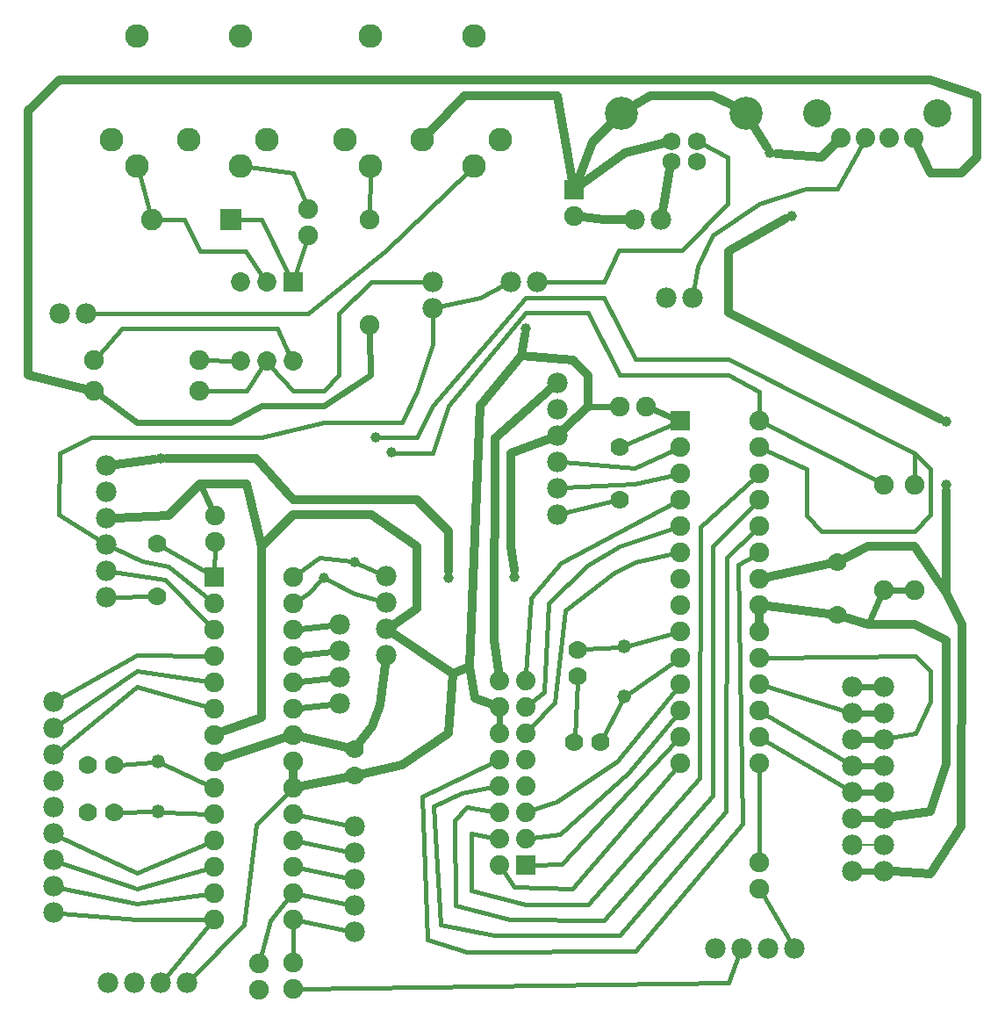
<source format=gbl>
G04 MADE WITH FRITZING*
G04 WWW.FRITZING.ORG*
G04 DOUBLE SIDED*
G04 HOLES PLATED*
G04 CONTOUR ON CENTER OF CONTOUR VECTOR*
%ASAXBY*%
%FSLAX23Y23*%
%MOIN*%
%OFA0B0*%
%SFA1.0B1.0*%
%ADD10C,0.039370*%
%ADD11C,0.052000*%
%ADD12C,0.070000*%
%ADD13C,0.078000*%
%ADD14C,0.068000*%
%ADD15C,0.126000*%
%ADD16C,0.074000*%
%ADD17C,0.106614*%
%ADD18C,0.072361*%
%ADD19C,0.072917*%
%ADD20C,0.082000*%
%ADD21C,0.090000*%
%ADD22C,0.075000*%
%ADD23R,0.072361X0.072361*%
%ADD24R,0.082000X0.082000*%
%ADD25R,0.074000X0.074000*%
%ADD26R,0.075000X0.075000*%
%ADD27C,0.016000*%
%ADD28C,0.024000*%
%ADD29C,0.032000*%
%ADD30C,0.008000*%
%LNCOPPER0*%
G90*
G70*
G54D10*
X3611Y2362D03*
X3611Y2125D03*
X3025Y3145D03*
X2944Y3383D03*
X2017Y2716D03*
X629Y2222D03*
X1507Y2246D03*
X1367Y1830D03*
X1446Y2302D03*
X1249Y1771D03*
X1722Y1771D03*
X1974Y1775D03*
G54D11*
X2389Y1509D03*
X2389Y1319D03*
X620Y1072D03*
X620Y882D03*
G54D12*
X2214Y1398D03*
X2214Y1498D03*
X2300Y1147D03*
X2199Y1147D03*
X451Y880D03*
X351Y880D03*
X351Y1060D03*
X451Y1060D03*
G54D13*
X223Y1299D03*
X223Y1199D03*
X223Y1099D03*
X223Y999D03*
X223Y899D03*
X223Y799D03*
X223Y699D03*
X223Y599D03*
X223Y499D03*
X1367Y826D03*
X1367Y726D03*
X1367Y626D03*
X1367Y526D03*
X1367Y426D03*
X2430Y3129D03*
X2530Y3129D03*
X429Y232D03*
X529Y232D03*
X629Y232D03*
X729Y232D03*
X2736Y365D03*
X2836Y365D03*
X2936Y365D03*
X3036Y365D03*
X1308Y1594D03*
X1308Y1494D03*
X1308Y1394D03*
X1308Y1294D03*
G54D14*
X2568Y3350D03*
X2666Y3350D03*
X2666Y3428D03*
X2568Y3428D03*
G54D15*
X2380Y3535D03*
X2854Y3535D03*
G54D16*
X3488Y3441D03*
X3395Y3441D03*
X3306Y3441D03*
X3213Y3441D03*
G54D17*
X3122Y3535D03*
X3579Y3535D03*
G54D13*
X1663Y2893D03*
X1663Y2793D03*
X245Y2775D03*
X345Y2775D03*
G54D18*
X1131Y2893D03*
G54D19*
X1131Y2593D03*
X1031Y2893D03*
X1031Y2593D03*
X931Y2893D03*
X931Y2593D03*
G54D20*
X895Y3129D03*
X597Y3129D03*
G54D13*
X1958Y2893D03*
X2058Y2893D03*
X2548Y2834D03*
X2648Y2834D03*
G54D12*
X1367Y1121D03*
X1367Y1021D03*
X3198Y1830D03*
X3198Y1630D03*
G54D21*
X737Y3433D03*
X443Y3433D03*
X1034Y3433D03*
X934Y3334D03*
X540Y3333D03*
X934Y3826D03*
X540Y3826D03*
X1623Y3433D03*
X1329Y3433D03*
X1920Y3433D03*
X1820Y3334D03*
X1426Y3333D03*
X1820Y3826D03*
X1426Y3826D03*
G54D22*
X1421Y3129D03*
X1421Y2729D03*
G54D13*
X422Y2196D03*
X422Y2096D03*
X422Y1996D03*
X422Y1896D03*
X422Y1796D03*
X422Y1696D03*
X2135Y2511D03*
X2135Y2411D03*
X2135Y2311D03*
X2135Y2211D03*
X2135Y2111D03*
X2135Y2011D03*
G54D12*
X616Y1699D03*
X616Y1899D03*
X2371Y2066D03*
X2371Y2266D03*
G54D13*
X3375Y658D03*
X3375Y758D03*
X3375Y858D03*
X3375Y958D03*
X3375Y1058D03*
X3375Y1158D03*
X3375Y1258D03*
X3375Y1358D03*
X3257Y658D03*
X3257Y758D03*
X3257Y858D03*
X3257Y958D03*
X3257Y1058D03*
X3257Y1158D03*
X3257Y1258D03*
X3257Y1358D03*
G54D16*
X1915Y681D03*
X1915Y781D03*
X1915Y881D03*
X1915Y981D03*
X1915Y1081D03*
X1915Y1181D03*
X1915Y1281D03*
X1915Y1381D03*
X2015Y681D03*
X2015Y781D03*
X2015Y881D03*
X2015Y981D03*
X2015Y1081D03*
X2015Y1181D03*
X2015Y1281D03*
X2015Y1381D03*
G54D13*
X1485Y1476D03*
X1485Y1576D03*
X1485Y1676D03*
X1485Y1776D03*
G54D22*
X831Y1774D03*
X1131Y1774D03*
X831Y1674D03*
X1131Y1674D03*
X831Y1574D03*
X1131Y1574D03*
X831Y1474D03*
X1131Y1474D03*
X831Y1374D03*
X1131Y1374D03*
X831Y1274D03*
X1131Y1274D03*
X831Y1174D03*
X1131Y1174D03*
X831Y1074D03*
X1131Y1074D03*
X831Y974D03*
X1131Y974D03*
X831Y874D03*
X1131Y874D03*
X831Y774D03*
X1131Y774D03*
X831Y674D03*
X1131Y674D03*
X831Y574D03*
X1131Y574D03*
X831Y474D03*
X1131Y474D03*
X2603Y2366D03*
X2903Y2366D03*
X2603Y2266D03*
X2903Y2266D03*
X2603Y2166D03*
X2903Y2166D03*
X2603Y2066D03*
X2903Y2066D03*
X2603Y1966D03*
X2903Y1966D03*
X2603Y1866D03*
X2903Y1866D03*
X2603Y1766D03*
X2903Y1766D03*
X2603Y1666D03*
X2903Y1666D03*
X2603Y1566D03*
X2903Y1566D03*
X2603Y1466D03*
X2903Y1466D03*
X2603Y1366D03*
X2903Y1366D03*
X2603Y1266D03*
X2903Y1266D03*
X2603Y1166D03*
X2903Y1166D03*
X2603Y1066D03*
X2903Y1066D03*
X3493Y2125D03*
X3493Y1725D03*
X3375Y2125D03*
X3375Y1725D03*
X2903Y689D03*
X2903Y589D03*
X1002Y307D03*
X1002Y207D03*
X1132Y311D03*
X1132Y211D03*
X836Y2007D03*
X836Y1907D03*
X2371Y2421D03*
X2471Y2421D03*
X2198Y3243D03*
X2198Y3143D03*
X777Y2480D03*
X377Y2480D03*
X777Y2598D03*
X377Y2598D03*
X1190Y3070D03*
X1190Y3170D03*
G54D23*
X1131Y2893D03*
G54D24*
X896Y3129D03*
G54D25*
X2015Y681D03*
G54D26*
X831Y1774D03*
X2603Y2366D03*
X2198Y3243D03*
G54D27*
X945Y455D02*
X991Y835D01*
D02*
X991Y835D02*
X1115Y958D01*
D02*
X746Y249D02*
X945Y455D01*
D02*
X640Y1063D02*
X810Y984D01*
D02*
X642Y881D02*
X808Y875D01*
D02*
X472Y880D02*
X598Y882D01*
D02*
X599Y1070D02*
X472Y1061D01*
D02*
X2410Y1514D02*
X2580Y1560D01*
D02*
X2407Y1331D02*
X2584Y1453D01*
D02*
X2379Y1300D02*
X2309Y1165D01*
D02*
X2235Y1499D02*
X2368Y1507D01*
D02*
X2213Y1377D02*
X2201Y1167D01*
D02*
X1047Y469D02*
X1117Y556D01*
D02*
X1008Y329D02*
X1047Y469D01*
D02*
X1132Y334D02*
X1131Y451D01*
G54D28*
D02*
X1915Y1212D02*
X1915Y1249D01*
G54D27*
D02*
X2903Y1043D02*
X2903Y712D01*
D02*
X3023Y386D02*
X2915Y569D01*
D02*
X2786Y234D02*
X2827Y342D01*
D02*
X1155Y211D02*
X2786Y234D01*
D02*
X816Y457D02*
X645Y250D01*
G54D29*
D02*
X2312Y3130D02*
X2395Y3129D01*
D02*
X2232Y3139D02*
X2312Y3130D01*
D02*
X2536Y3165D02*
X2563Y3319D01*
G54D27*
D02*
X2166Y1646D02*
X2127Y1298D01*
D02*
X2127Y1298D02*
X2032Y1199D01*
D02*
X2353Y1789D02*
X2166Y1646D01*
D02*
X2431Y1831D02*
X2353Y1789D01*
D02*
X2580Y1862D02*
X2431Y1831D01*
D02*
X3236Y970D02*
X2923Y1155D01*
D02*
X3236Y1070D02*
X2923Y1255D01*
D02*
X3234Y1265D02*
X2925Y1360D01*
G54D29*
D02*
X2903Y1632D02*
X2903Y1601D01*
G54D27*
D02*
X2035Y1694D02*
X2016Y1406D01*
D02*
X2148Y1827D02*
X2035Y1694D01*
D02*
X2582Y2056D02*
X2148Y1827D01*
D02*
X2249Y1816D02*
X2371Y1889D01*
D02*
X2371Y1889D02*
X2581Y1959D01*
D02*
X2101Y1672D02*
X2249Y1816D01*
D02*
X2087Y1337D02*
X2101Y1672D01*
D02*
X2035Y1296D02*
X2087Y1337D01*
D02*
X2154Y683D02*
X2040Y681D01*
D02*
X2587Y1149D02*
X2154Y683D01*
D02*
X2406Y1030D02*
X2588Y1249D01*
D02*
X2147Y798D02*
X2406Y1030D01*
D02*
X2040Y784D02*
X2147Y798D01*
D02*
X2362Y1073D02*
X2588Y1349D01*
D02*
X2134Y920D02*
X2362Y1073D01*
D02*
X2039Y889D02*
X2134Y920D01*
D02*
X1974Y596D02*
X2194Y590D01*
D02*
X2194Y590D02*
X2588Y1049D01*
D02*
X1929Y660D02*
X1974Y596D01*
D02*
X1792Y350D02*
X2431Y355D01*
D02*
X1642Y397D02*
X1792Y350D01*
D02*
X1621Y939D02*
X1642Y397D01*
D02*
X2838Y837D02*
X2823Y1820D01*
D02*
X2431Y355D02*
X2838Y837D01*
D02*
X2823Y1820D02*
X2883Y1855D01*
D02*
X1892Y1069D02*
X1621Y939D01*
D02*
X2779Y1847D02*
X2886Y1950D01*
D02*
X2775Y883D02*
X2779Y1847D01*
D02*
X2372Y414D02*
X2775Y883D01*
D02*
X1897Y414D02*
X2372Y414D01*
D02*
X1666Y904D02*
X1693Y454D01*
D02*
X1773Y952D02*
X1666Y904D01*
D02*
X1693Y454D02*
X1897Y414D01*
D02*
X1890Y976D02*
X1773Y952D01*
D02*
X1956Y473D02*
X2313Y471D01*
D02*
X2313Y471D02*
X2726Y943D01*
D02*
X1750Y527D02*
X1956Y473D01*
D02*
X1746Y849D02*
X1750Y527D01*
D02*
X1791Y901D02*
X1746Y849D01*
D02*
X2726Y943D02*
X2726Y1889D01*
D02*
X2726Y1889D02*
X2886Y2050D01*
D02*
X1890Y885D02*
X1791Y901D01*
D02*
X1810Y585D02*
X2016Y530D01*
D02*
X2676Y1011D02*
X2680Y1962D01*
D02*
X2016Y530D02*
X2253Y530D01*
D02*
X1810Y801D02*
X1810Y585D01*
D02*
X2253Y530D02*
X2676Y1011D01*
D02*
X2680Y1962D02*
X2886Y2151D01*
D02*
X1890Y785D02*
X1810Y801D01*
D02*
X2429Y2186D02*
X2159Y2209D01*
D02*
X2582Y2257D02*
X2429Y2186D01*
D02*
X2429Y2126D02*
X2160Y2113D01*
D02*
X2580Y2161D02*
X2429Y2126D01*
D02*
X2390Y2275D02*
X2582Y2357D01*
D02*
X2351Y2062D02*
X2159Y2017D01*
G54D28*
D02*
X3287Y658D02*
X3345Y658D01*
D02*
X3287Y858D02*
X3345Y858D01*
D02*
X3345Y958D02*
X3287Y958D01*
D02*
X3345Y1058D02*
X3287Y1058D01*
D02*
X3287Y1158D02*
X3345Y1158D01*
D02*
X3345Y1258D02*
X3287Y1258D01*
D02*
X3287Y1358D02*
X3345Y1358D01*
G54D27*
D02*
X3495Y1474D02*
X3552Y1417D01*
D02*
X3552Y1417D02*
X3552Y1299D01*
D02*
X3552Y1299D02*
X3495Y1181D01*
D02*
X3495Y1181D02*
X3399Y1162D01*
D02*
X2926Y1467D02*
X3495Y1474D01*
G54D29*
D02*
X2936Y1774D02*
X3167Y1823D01*
D02*
X2937Y1662D02*
X3167Y1634D01*
D02*
X3317Y1889D02*
X3226Y1844D01*
D02*
X3494Y1889D02*
X3317Y1889D01*
D02*
X3671Y1594D02*
X3612Y1712D01*
D02*
X3670Y826D02*
X3671Y1594D01*
D02*
X3552Y647D02*
X3670Y826D01*
D02*
X3612Y1712D02*
X3494Y1889D01*
D02*
X3411Y656D02*
X3552Y647D01*
D02*
X3494Y1595D02*
X3317Y1595D01*
D02*
X3317Y1595D02*
X3228Y1621D01*
D02*
X3613Y1535D02*
X3494Y1595D01*
D02*
X3552Y883D02*
X3613Y1063D01*
D02*
X3613Y1063D02*
X3613Y1535D01*
D02*
X3410Y863D02*
X3552Y883D01*
G54D30*
D02*
X3282Y758D02*
X3351Y758D01*
G54D29*
D02*
X1959Y2243D02*
X1959Y1889D01*
D02*
X1959Y1889D02*
X1971Y1799D01*
D02*
X2102Y2298D02*
X1959Y2243D01*
D02*
X1898Y2301D02*
X1897Y1535D01*
D02*
X2108Y2488D02*
X1898Y2301D01*
D02*
X1897Y1535D02*
X1911Y1417D01*
D02*
X2195Y2597D02*
X1998Y2615D01*
D02*
X2252Y2420D02*
X2251Y2537D01*
D02*
X2251Y2537D02*
X2195Y2597D01*
D02*
X1998Y2615D02*
X1842Y2422D01*
D02*
X1842Y2422D02*
X1804Y1435D01*
D02*
X1823Y1312D02*
X1880Y1292D01*
D02*
X1804Y1435D02*
X1823Y1312D01*
D02*
X2161Y2336D02*
X2252Y2420D01*
G54D27*
D02*
X539Y472D02*
X808Y474D01*
D02*
X248Y497D02*
X539Y472D01*
D02*
X539Y532D02*
X808Y571D01*
D02*
X247Y594D02*
X539Y532D01*
D02*
X539Y589D02*
X809Y668D01*
D02*
X246Y691D02*
X539Y589D01*
D02*
X539Y650D02*
X810Y765D01*
D02*
X245Y788D02*
X539Y650D01*
D02*
X539Y1356D02*
X809Y1281D01*
D02*
X242Y1114D02*
X539Y1356D01*
D02*
X539Y1417D02*
X808Y1378D01*
D02*
X243Y1213D02*
X539Y1417D01*
D02*
X539Y1477D02*
X808Y1474D01*
D02*
X244Y1311D02*
X539Y1477D01*
D02*
X1232Y1848D02*
X1150Y1788D01*
D02*
X1354Y1832D02*
X1232Y1848D01*
D02*
X1463Y1786D02*
X1380Y1825D01*
D02*
X1367Y1711D02*
X1261Y1765D01*
D02*
X1240Y1762D02*
X1190Y1711D01*
D02*
X1190Y1711D02*
X1151Y1687D01*
D02*
X1462Y1683D02*
X1367Y1711D01*
G54D29*
D02*
X1336Y1128D02*
X1164Y1167D01*
D02*
X1336Y1015D02*
X1165Y981D01*
D02*
X1131Y1008D02*
X1131Y1040D01*
D02*
X1721Y1180D02*
X1738Y1406D01*
D02*
X1738Y1406D02*
X1515Y1556D01*
D02*
X1546Y1060D02*
X1721Y1180D01*
D02*
X1398Y1028D02*
X1546Y1060D01*
D02*
X1462Y1287D02*
X1481Y1440D01*
D02*
X1431Y1208D02*
X1462Y1287D01*
D02*
X1386Y1147D02*
X1431Y1208D01*
G54D27*
D02*
X634Y1889D02*
X811Y1786D01*
D02*
X596Y1699D02*
X447Y1697D01*
D02*
X559Y1835D02*
X445Y1886D01*
D02*
X658Y1815D02*
X559Y1835D01*
D02*
X813Y1689D02*
X658Y1815D01*
D02*
X646Y1764D02*
X447Y1793D01*
D02*
X815Y1591D02*
X646Y1764D01*
G54D29*
D02*
X1099Y1163D02*
X863Y1085D01*
D02*
X1428Y2009D02*
X1131Y2009D01*
D02*
X1604Y1652D02*
X1604Y1890D01*
D02*
X1604Y1890D02*
X1428Y2009D01*
D02*
X1131Y2009D02*
X1012Y1889D01*
D02*
X1012Y1889D02*
X1012Y1240D01*
D02*
X1012Y1240D02*
X863Y1186D01*
D02*
X1515Y1595D02*
X1604Y1652D01*
D02*
X659Y2008D02*
X458Y1998D01*
D02*
X955Y2126D02*
X778Y2126D01*
D02*
X778Y2126D02*
X659Y2008D01*
D02*
X1012Y1889D02*
X955Y2126D01*
G54D27*
D02*
X1343Y431D02*
X1154Y470D01*
D02*
X1343Y531D02*
X1154Y570D01*
D02*
X1343Y631D02*
X1154Y670D01*
D02*
X1343Y731D02*
X1154Y770D01*
D02*
X1343Y831D02*
X1154Y870D01*
G54D29*
D02*
X1804Y1435D02*
X1738Y1406D01*
D02*
X654Y2222D02*
X993Y2224D01*
D02*
X1131Y2068D02*
X1604Y2067D01*
D02*
X993Y2224D02*
X1131Y2068D01*
D02*
X1604Y2067D02*
X1723Y1948D01*
D02*
X1723Y1948D02*
X1722Y1796D01*
D02*
X458Y2201D02*
X605Y2219D01*
G54D27*
D02*
X2903Y2389D02*
X2902Y2478D01*
D02*
X2017Y2776D02*
X1722Y2422D01*
D02*
X2253Y2776D02*
X2017Y2776D01*
D02*
X2371Y2539D02*
X2253Y2776D01*
D02*
X2785Y2539D02*
X2371Y2539D01*
D02*
X2902Y2478D02*
X2785Y2539D01*
D02*
X1662Y2244D02*
X1520Y2245D01*
D02*
X1722Y2422D02*
X1662Y2244D01*
D02*
X3139Y1947D02*
X3494Y1947D01*
D02*
X3081Y2183D02*
X3081Y2008D01*
D02*
X3081Y2008D02*
X3139Y1947D01*
D02*
X2924Y2257D02*
X3081Y2183D01*
D02*
X3553Y2009D02*
X3553Y2184D01*
D02*
X3553Y2184D02*
X3494Y2244D01*
D02*
X2431Y2599D02*
X2313Y2835D01*
D02*
X2785Y2599D02*
X2431Y2599D01*
D02*
X3494Y2244D02*
X2785Y2599D01*
D02*
X3494Y1947D02*
X3553Y2009D01*
D02*
X2313Y2835D02*
X2017Y2835D01*
D02*
X1602Y2304D02*
X1460Y2302D01*
D02*
X1662Y2422D02*
X1602Y2304D01*
D02*
X2017Y2835D02*
X1662Y2422D01*
G54D28*
D02*
X1160Y1277D02*
X1278Y1291D01*
D02*
X1160Y1377D02*
X1278Y1391D01*
D02*
X1160Y1477D02*
X1278Y1491D01*
D02*
X1160Y1577D02*
X1278Y1591D01*
G54D27*
D02*
X832Y1797D02*
X835Y1884D01*
G54D28*
D02*
X778Y2126D02*
X823Y2033D01*
D02*
X2576Y2377D02*
X2498Y2410D01*
D02*
X2252Y2420D02*
X2343Y2421D01*
D02*
X3404Y1725D02*
X3465Y1725D01*
D02*
X3317Y1595D02*
X3364Y1699D01*
G54D27*
D02*
X3494Y2244D02*
X3494Y2148D01*
D02*
X3355Y2136D02*
X2923Y2356D01*
D02*
X1425Y3300D02*
X1421Y3152D01*
D02*
X549Y3302D02*
X590Y3155D01*
D02*
X718Y3129D02*
X623Y3129D01*
D02*
X952Y3009D02*
X778Y3009D01*
D02*
X778Y3009D02*
X718Y3129D01*
D02*
X1017Y2914D02*
X952Y3009D01*
D02*
X955Y2481D02*
X1017Y2573D01*
D02*
X800Y2480D02*
X955Y2481D01*
D02*
X906Y2594D02*
X800Y2597D01*
G54D29*
D02*
X2135Y3601D02*
X1782Y3601D01*
D02*
X1782Y3601D02*
X1653Y3465D01*
D02*
X2192Y3277D02*
X2135Y3601D01*
D02*
X2268Y3422D02*
X2211Y3275D01*
D02*
X2338Y3492D02*
X2268Y3422D01*
D02*
X2726Y3601D02*
X2489Y3601D01*
D02*
X2489Y3601D02*
X2431Y3566D01*
D02*
X2801Y3562D02*
X2726Y3601D01*
D02*
X3138Y3367D02*
X2968Y3381D01*
D02*
X2931Y3404D02*
X2884Y3483D01*
D02*
X3188Y3416D02*
X3138Y3367D01*
D02*
X2392Y3384D02*
X2226Y3263D01*
D02*
X2538Y3420D02*
X2392Y3384D01*
G54D27*
D02*
X1486Y3013D02*
X1190Y2775D01*
D02*
X1190Y2775D02*
X370Y2775D01*
D02*
X1796Y3311D02*
X1486Y3013D01*
D02*
X1486Y2892D02*
X1638Y2893D01*
D02*
X1428Y2892D02*
X1486Y2892D01*
D02*
X1307Y2540D02*
X1307Y2775D01*
D02*
X1307Y2775D02*
X1428Y2892D01*
D02*
X1131Y2480D02*
X1248Y2481D01*
D02*
X1248Y2481D02*
X1307Y2540D01*
D02*
X1047Y2575D02*
X1131Y2480D01*
D02*
X1072Y2716D02*
X482Y2716D01*
D02*
X482Y2716D02*
X392Y2615D01*
D02*
X1120Y2615D02*
X1072Y2716D01*
D02*
X1013Y2304D02*
X1250Y2361D01*
D02*
X1250Y2361D02*
X1545Y2361D01*
D02*
X365Y2304D02*
X1013Y2304D01*
D02*
X1602Y2478D02*
X1662Y2657D01*
D02*
X1545Y2361D02*
X1602Y2478D01*
D02*
X247Y2243D02*
X365Y2304D01*
D02*
X244Y2009D02*
X247Y2243D01*
D02*
X1662Y2657D02*
X1663Y2769D01*
D02*
X402Y1909D02*
X244Y2009D01*
G54D28*
D02*
X895Y2361D02*
X540Y2361D01*
D02*
X1425Y2540D02*
X1250Y2422D01*
D02*
X1250Y2422D02*
X1013Y2422D01*
D02*
X1013Y2422D02*
X895Y2361D01*
D02*
X540Y2361D02*
X400Y2463D01*
D02*
X1422Y2701D02*
X1425Y2540D01*
G54D27*
D02*
X1131Y3307D02*
X1181Y3191D01*
D02*
X967Y3329D02*
X1131Y3307D01*
D02*
X1139Y2916D02*
X1183Y3048D01*
D02*
X1012Y3129D02*
X921Y3129D01*
D02*
X1120Y2915D02*
X1012Y3129D01*
D02*
X1841Y2835D02*
X1936Y2882D01*
D02*
X1686Y2799D02*
X1841Y2835D01*
D02*
X2370Y3013D02*
X2313Y2892D01*
D02*
X2313Y2892D02*
X2082Y2893D01*
D02*
X2608Y3013D02*
X2370Y3013D01*
D02*
X2783Y3190D02*
X2608Y3013D01*
D02*
X2783Y3367D02*
X2783Y3190D01*
D02*
X2683Y3419D02*
X2783Y3367D01*
D02*
X3079Y3248D02*
X2902Y3190D01*
D02*
X2727Y3071D02*
X2668Y2952D01*
D02*
X2902Y3190D02*
X2727Y3071D01*
D02*
X3199Y3247D02*
X3079Y3248D01*
D02*
X2668Y2952D02*
X2652Y2858D01*
D02*
X3295Y3420D02*
X3199Y3247D01*
G54D29*
D02*
X3670Y3307D02*
X3552Y3307D01*
D02*
X3730Y3601D02*
X3730Y3366D01*
D02*
X127Y3542D02*
X246Y3661D01*
D02*
X126Y2539D02*
X127Y3542D01*
D02*
X246Y3661D02*
X3552Y3661D01*
D02*
X3552Y3661D02*
X3730Y3601D01*
D02*
X3730Y3366D02*
X3670Y3307D01*
D02*
X3552Y3307D02*
X3503Y3409D01*
D02*
X343Y2488D02*
X126Y2539D01*
D02*
X1998Y2615D02*
X2013Y2692D01*
D02*
X3611Y2101D02*
X3612Y1712D01*
D02*
X2785Y3011D02*
X3003Y3133D01*
D02*
X2785Y2776D02*
X2785Y3011D01*
D02*
X3589Y2373D02*
X2785Y2776D01*
G04 End of Copper0*
M02*
</source>
